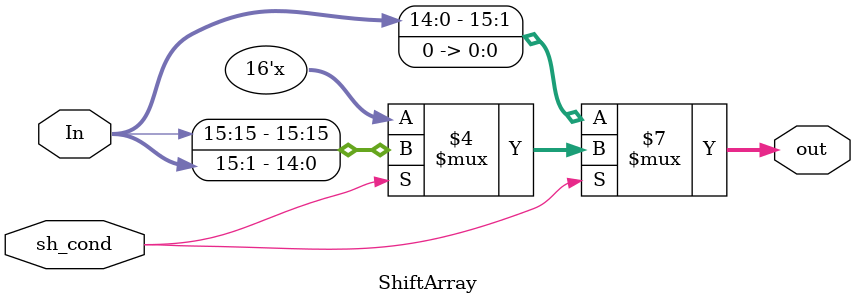
<source format=v>
`timescale 1ns / 1ps
module ShiftArray(In, sh_cond, out);

	parameter nBit = 16;
	
	input [nBit-1:0] In;
	input sh_cond;
	
	output reg [nBit-1:0] out;
	
	always@(*)
	begin
		if(sh_cond == 0)
			out <= {In[nBit-2:0], 1'b0};
		else if(sh_cond == 1)
			out <= {In[nBit-1], In[nBit-1:1]};
	end
	
endmodule

</source>
